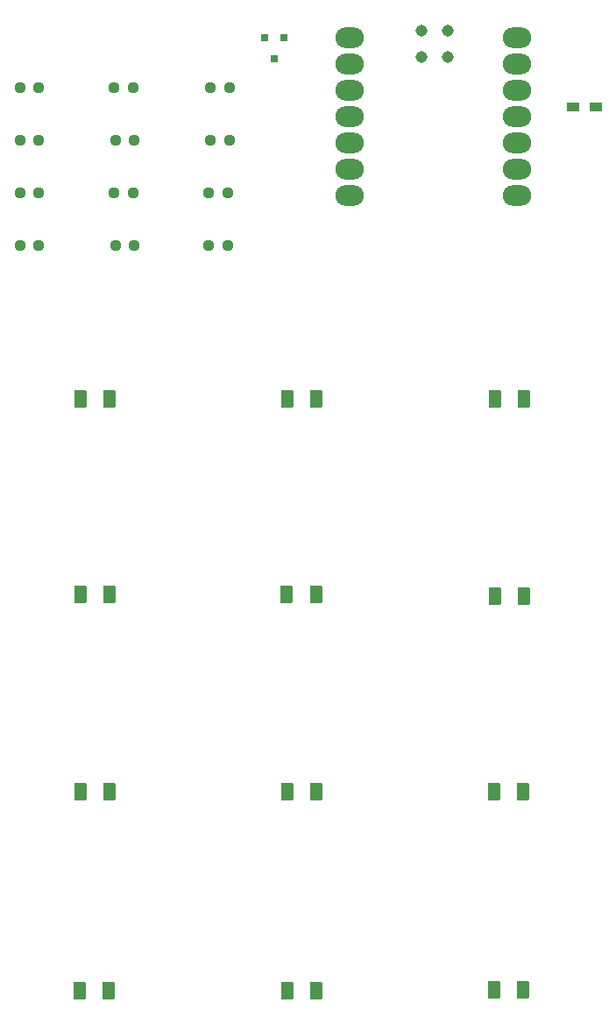
<source format=gtp>
G04 #@! TF.GenerationSoftware,KiCad,Pcbnew,(6.0.7)*
G04 #@! TF.CreationDate,2023-07-18T19:21:52+02:00*
G04 #@! TF.ProjectId,anavi-macro-pad-12,616e6176-692d-46d6-9163-726f2d706164,1.0*
G04 #@! TF.SameCoordinates,Original*
G04 #@! TF.FileFunction,Paste,Top*
G04 #@! TF.FilePolarity,Positive*
%FSLAX46Y46*%
G04 Gerber Fmt 4.6, Leading zero omitted, Abs format (unit mm)*
G04 Created by KiCad (PCBNEW (6.0.7)) date 2023-07-18 19:21:52*
%MOMM*%
%LPD*%
G01*
G04 APERTURE LIST*
G04 Aperture macros list*
%AMRoundRect*
0 Rectangle with rounded corners*
0 $1 Rounding radius*
0 $2 $3 $4 $5 $6 $7 $8 $9 X,Y pos of 4 corners*
0 Add a 4 corners polygon primitive as box body*
4,1,4,$2,$3,$4,$5,$6,$7,$8,$9,$2,$3,0*
0 Add four circle primitives for the rounded corners*
1,1,$1+$1,$2,$3*
1,1,$1+$1,$4,$5*
1,1,$1+$1,$6,$7*
1,1,$1+$1,$8,$9*
0 Add four rect primitives between the rounded corners*
20,1,$1+$1,$2,$3,$4,$5,0*
20,1,$1+$1,$4,$5,$6,$7,0*
20,1,$1+$1,$6,$7,$8,$9,0*
20,1,$1+$1,$8,$9,$2,$3,0*%
G04 Aperture macros list end*
%ADD10RoundRect,0.250000X0.375000X0.625000X-0.375000X0.625000X-0.375000X-0.625000X0.375000X-0.625000X0*%
%ADD11R,0.800100X0.800100*%
%ADD12RoundRect,0.237500X-0.250000X-0.237500X0.250000X-0.237500X0.250000X0.237500X-0.250000X0.237500X0*%
%ADD13R,1.200000X0.900000*%
%ADD14O,2.748280X1.998980*%
%ADD15C,1.143000*%
G04 APERTURE END LIST*
D10*
X86333266Y-64294200D03*
X83533266Y-64294200D03*
X66357400Y-83217200D03*
X63557400Y-83217200D03*
X86296400Y-83217200D03*
X83496400Y-83217200D03*
X66333266Y-102263879D03*
X63533266Y-102263879D03*
X86336400Y-102263879D03*
X83536400Y-102263879D03*
X106333266Y-102267200D03*
X103533266Y-102267200D03*
D11*
X83200000Y-29450000D03*
X81300000Y-29450000D03*
X82250000Y-31448980D03*
D12*
X57677500Y-34290000D03*
X59502500Y-34290000D03*
X66802000Y-34290000D03*
X68627000Y-34290000D03*
X76116000Y-34290000D03*
X77941000Y-34290000D03*
X57677500Y-39370000D03*
X59502500Y-39370000D03*
X66905500Y-39370000D03*
X68730500Y-39370000D03*
X76116000Y-39370000D03*
X77941000Y-39370000D03*
X57677500Y-44450000D03*
X59502500Y-44450000D03*
X66802000Y-44450000D03*
X68627000Y-44450000D03*
X75946000Y-44450000D03*
X77771000Y-44450000D03*
D13*
X113325000Y-36100000D03*
X111125000Y-36100000D03*
D14*
X89593710Y-29425490D03*
X89593710Y-31965490D03*
X89593710Y-34505490D03*
X89593710Y-37045490D03*
X89593710Y-39585490D03*
X89593710Y-42125490D03*
X89593710Y-44665490D03*
X105758270Y-44665490D03*
X105758270Y-42125490D03*
X105758270Y-39585490D03*
X105758270Y-37045490D03*
X105758270Y-34505490D03*
X105758270Y-31965490D03*
X105758270Y-29425490D03*
D15*
X96459393Y-28739123D03*
X98999393Y-28739123D03*
X96459393Y-31279123D03*
X98999393Y-31279123D03*
D10*
X106365400Y-64294200D03*
X103565400Y-64294200D03*
X66333266Y-64294200D03*
X63533266Y-64294200D03*
X106365400Y-83344200D03*
X103565400Y-83344200D03*
D12*
X75950000Y-49530000D03*
X77775000Y-49530000D03*
D10*
X86336400Y-121463879D03*
X83536400Y-121463879D03*
D12*
X57677500Y-49530000D03*
X59502500Y-49530000D03*
X66905500Y-49530000D03*
X68730500Y-49530000D03*
D10*
X106336400Y-121363879D03*
X103536400Y-121363879D03*
X66236400Y-121463879D03*
X63436400Y-121463879D03*
M02*

</source>
